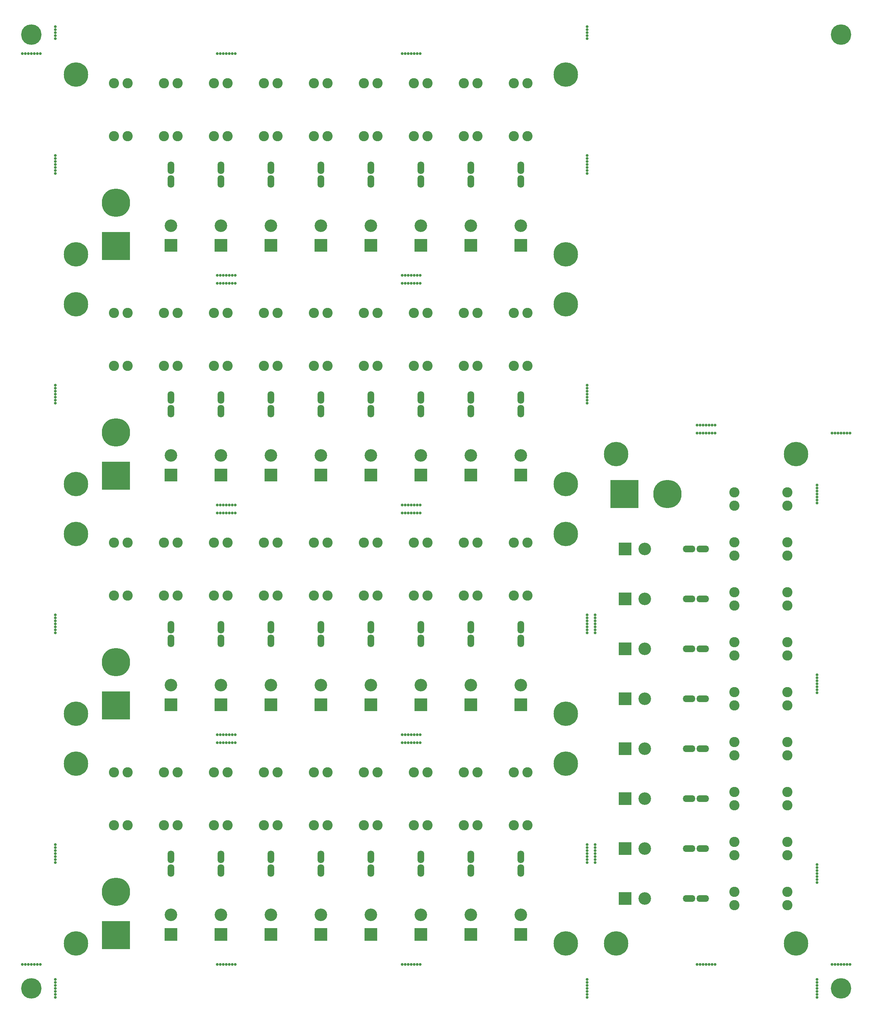
<source format=gbs>
G04*
G04 #@! TF.GenerationSoftware,Altium Limited,Altium Designer,22.0.2 (36)*
G04*
G04 Layer_Color=16711935*
%FSLAX44Y44*%
%MOMM*%
G71*
G04*
G04 #@! TF.SameCoordinates,3D356D52-1F4F-4DC4-934F-51404F246838*
G04*
G04*
G04 #@! TF.FilePolarity,Negative*
G04*
G01*
G75*
%ADD39C,5.2032*%
%ADD40C,0.7112*%
%ADD41R,3.2032X3.2032*%
%ADD42C,3.2032*%
%ADD43O,1.7032X3.2032*%
%ADD44C,2.6032*%
%ADD45C,7.2032*%
%ADD46R,7.2032X7.2032*%
%ADD47C,6.2032*%
%ADD48R,3.2032X3.2032*%
%ADD49O,3.2032X1.7032*%
%ADD50R,7.2032X7.2032*%
D39*
X38100Y2463800D02*
D03*
X2095500Y38100D02*
D03*
Y2463800D02*
D03*
X38100Y38100D02*
D03*
D40*
X99060Y2484120D02*
D03*
Y2476500D02*
D03*
Y2468880D02*
D03*
Y2461260D02*
D03*
Y2453640D02*
D03*
X60960Y2415540D02*
D03*
X53340D02*
D03*
X45720D02*
D03*
X38100D02*
D03*
X30480D02*
D03*
X22860D02*
D03*
X15240D02*
D03*
X1450340Y2453640D02*
D03*
Y2461260D02*
D03*
Y2468880D02*
D03*
Y2476500D02*
D03*
Y2484120D02*
D03*
X1026160Y2415540D02*
D03*
X1018540D02*
D03*
X1010920D02*
D03*
X1003300D02*
D03*
X995680D02*
D03*
X988060D02*
D03*
X980440D02*
D03*
X510540D02*
D03*
X518160D02*
D03*
X525780D02*
D03*
X533400D02*
D03*
X541020D02*
D03*
X548640D02*
D03*
X556260D02*
D03*
X2118360Y1450340D02*
D03*
X2110740D02*
D03*
X2103120D02*
D03*
X2095500D02*
D03*
X2087880D02*
D03*
X2080260D02*
D03*
X2072640D02*
D03*
X2118360Y99060D02*
D03*
X2110740D02*
D03*
X2103120D02*
D03*
X2095500D02*
D03*
X2087880D02*
D03*
X2080260D02*
D03*
X2072640D02*
D03*
X1729740Y1450340D02*
D03*
X1737360D02*
D03*
X1744980D02*
D03*
X1752600D02*
D03*
X1760220D02*
D03*
X1767840D02*
D03*
X1775460D02*
D03*
X1729740Y1470660D02*
D03*
X1737360D02*
D03*
X1744980D02*
D03*
X1752600D02*
D03*
X1760220D02*
D03*
X1767840D02*
D03*
X1775460D02*
D03*
X2034540Y60960D02*
D03*
Y53340D02*
D03*
Y45720D02*
D03*
Y38100D02*
D03*
Y30480D02*
D03*
Y22860D02*
D03*
Y15240D02*
D03*
X99060Y2110740D02*
D03*
Y2141220D02*
D03*
Y2133600D02*
D03*
Y2125980D02*
D03*
Y2156460D02*
D03*
Y2148840D02*
D03*
Y2118360D02*
D03*
X1450340Y2156460D02*
D03*
Y2148840D02*
D03*
Y2141220D02*
D03*
Y2133600D02*
D03*
Y2125980D02*
D03*
Y2118360D02*
D03*
Y2110740D02*
D03*
Y1572260D02*
D03*
Y1564640D02*
D03*
Y1557020D02*
D03*
Y1549400D02*
D03*
Y1541780D02*
D03*
Y1534160D02*
D03*
Y1526540D02*
D03*
X1470660Y942340D02*
D03*
Y949960D02*
D03*
Y957580D02*
D03*
Y965200D02*
D03*
Y972820D02*
D03*
Y980440D02*
D03*
Y988060D02*
D03*
X1450340Y942340D02*
D03*
Y949960D02*
D03*
Y957580D02*
D03*
Y965200D02*
D03*
Y972820D02*
D03*
Y980440D02*
D03*
Y988060D02*
D03*
X556260Y1851660D02*
D03*
X548640D02*
D03*
X541020D02*
D03*
X533400D02*
D03*
X525780D02*
D03*
X518160D02*
D03*
X510540D02*
D03*
X556260Y1831340D02*
D03*
X548640D02*
D03*
X541020D02*
D03*
X533400D02*
D03*
X525780D02*
D03*
X518160D02*
D03*
X510540D02*
D03*
X980440D02*
D03*
X988060D02*
D03*
X995680D02*
D03*
X1003300D02*
D03*
X1010920D02*
D03*
X1018540D02*
D03*
X1026160D02*
D03*
X980440Y1851660D02*
D03*
X988060D02*
D03*
X995680D02*
D03*
X1003300D02*
D03*
X1010920D02*
D03*
X1018540D02*
D03*
X1026160D02*
D03*
X556260Y1267460D02*
D03*
X548640D02*
D03*
X541020D02*
D03*
X533400D02*
D03*
X525780D02*
D03*
X518160D02*
D03*
X510540D02*
D03*
X556260Y1247140D02*
D03*
X548640D02*
D03*
X541020D02*
D03*
X533400D02*
D03*
X525780D02*
D03*
X518160D02*
D03*
X510540D02*
D03*
X980440D02*
D03*
X988060D02*
D03*
X995680D02*
D03*
X1003300D02*
D03*
X1010920D02*
D03*
X1018540D02*
D03*
X1026160D02*
D03*
X980440Y1267460D02*
D03*
X988060D02*
D03*
X995680D02*
D03*
X1003300D02*
D03*
X1010920D02*
D03*
X1018540D02*
D03*
X1026160D02*
D03*
X99060Y1534160D02*
D03*
Y1564640D02*
D03*
Y1572260D02*
D03*
Y1541780D02*
D03*
Y1549400D02*
D03*
Y1557020D02*
D03*
Y1526540D02*
D03*
X99060Y942340D02*
D03*
Y972820D02*
D03*
Y965200D02*
D03*
Y957580D02*
D03*
Y988060D02*
D03*
Y980440D02*
D03*
Y949960D02*
D03*
Y365760D02*
D03*
Y396240D02*
D03*
Y403860D02*
D03*
Y373380D02*
D03*
Y381000D02*
D03*
Y388620D02*
D03*
X2034540Y1272540D02*
D03*
Y1280160D02*
D03*
Y1287780D02*
D03*
Y1295400D02*
D03*
Y1303020D02*
D03*
Y1310640D02*
D03*
Y1318260D02*
D03*
Y789940D02*
D03*
Y797560D02*
D03*
Y805180D02*
D03*
Y812800D02*
D03*
Y820420D02*
D03*
Y828040D02*
D03*
Y835660D02*
D03*
Y307340D02*
D03*
Y314960D02*
D03*
Y322580D02*
D03*
Y330200D02*
D03*
Y337820D02*
D03*
Y345440D02*
D03*
Y353060D02*
D03*
X1729740Y99060D02*
D03*
X1737360D02*
D03*
X1744980D02*
D03*
X1752600D02*
D03*
X1760220D02*
D03*
X1767840D02*
D03*
X1775460D02*
D03*
X1450340Y403860D02*
D03*
Y396240D02*
D03*
Y388620D02*
D03*
Y381000D02*
D03*
Y373380D02*
D03*
Y365760D02*
D03*
Y358140D02*
D03*
X1470660Y403860D02*
D03*
Y396240D02*
D03*
Y388620D02*
D03*
Y381000D02*
D03*
Y373380D02*
D03*
Y365760D02*
D03*
Y358140D02*
D03*
X1450340Y15240D02*
D03*
Y22860D02*
D03*
Y30480D02*
D03*
Y38100D02*
D03*
Y45720D02*
D03*
Y53340D02*
D03*
Y60960D02*
D03*
X99060Y15240D02*
D03*
Y22860D02*
D03*
Y30480D02*
D03*
Y38100D02*
D03*
Y45720D02*
D03*
Y53340D02*
D03*
Y60960D02*
D03*
X15240Y99060D02*
D03*
X22860D02*
D03*
X30480D02*
D03*
X38100D02*
D03*
X45720D02*
D03*
X53340D02*
D03*
X60960D02*
D03*
X1026160Y683260D02*
D03*
X1018540D02*
D03*
X1010920D02*
D03*
X1003300D02*
D03*
X995680D02*
D03*
X988060D02*
D03*
X980440D02*
D03*
X1026160Y662940D02*
D03*
X1018540D02*
D03*
X1010920D02*
D03*
X1003300D02*
D03*
X995680D02*
D03*
X988060D02*
D03*
X980440D02*
D03*
X510540D02*
D03*
X518160D02*
D03*
X525780D02*
D03*
X533400D02*
D03*
X541020D02*
D03*
X548640D02*
D03*
X556260D02*
D03*
X510540Y683260D02*
D03*
X518160D02*
D03*
X525780D02*
D03*
X533400D02*
D03*
X541020D02*
D03*
X548640D02*
D03*
X556260D02*
D03*
X1026160Y99060D02*
D03*
X1018540D02*
D03*
X1010920D02*
D03*
X1003300D02*
D03*
X995680D02*
D03*
X988060D02*
D03*
X980440D02*
D03*
X556260D02*
D03*
X548640D02*
D03*
X541020D02*
D03*
X533400D02*
D03*
X525780D02*
D03*
X518160D02*
D03*
X510540D02*
D03*
X99060Y358140D02*
D03*
D41*
X1281900Y175180D02*
D03*
X1154900D02*
D03*
X1027900D02*
D03*
X900900D02*
D03*
X773900D02*
D03*
X646900D02*
D03*
X519900D02*
D03*
X392900D02*
D03*
X1281900Y759380D02*
D03*
X1154900D02*
D03*
X1027900D02*
D03*
X900900D02*
D03*
X773900D02*
D03*
X646900D02*
D03*
X519900D02*
D03*
X392900D02*
D03*
X1281900Y1343580D02*
D03*
X1154900D02*
D03*
X1027900D02*
D03*
X900900D02*
D03*
X773900D02*
D03*
X646900D02*
D03*
X519900D02*
D03*
X392900D02*
D03*
X1281900Y1927780D02*
D03*
X1154900D02*
D03*
X1027900D02*
D03*
X900900D02*
D03*
X773900D02*
D03*
X646900D02*
D03*
X519900D02*
D03*
X392900D02*
D03*
D42*
X1281900Y225180D02*
D03*
X1154900D02*
D03*
X1027900D02*
D03*
X900900D02*
D03*
X773900D02*
D03*
X646900D02*
D03*
X519900D02*
D03*
X392900D02*
D03*
X1281900Y809380D02*
D03*
X1154900D02*
D03*
X1027900D02*
D03*
X900900D02*
D03*
X773900D02*
D03*
X646900D02*
D03*
X519900D02*
D03*
X392900D02*
D03*
X1281900Y1393580D02*
D03*
X1154900D02*
D03*
X1027900D02*
D03*
X900900D02*
D03*
X773900D02*
D03*
X646900D02*
D03*
X519900D02*
D03*
X392900D02*
D03*
X1281900Y1977780D02*
D03*
X1154900D02*
D03*
X1027900D02*
D03*
X900900D02*
D03*
X773900D02*
D03*
X646900D02*
D03*
X519900D02*
D03*
X392900D02*
D03*
X1597260Y266700D02*
D03*
Y393700D02*
D03*
Y520700D02*
D03*
Y647700D02*
D03*
Y774700D02*
D03*
Y901700D02*
D03*
Y1028700D02*
D03*
Y1155700D02*
D03*
D43*
X1281900Y337620D02*
D03*
Y372620D02*
D03*
X1154900Y337620D02*
D03*
Y372620D02*
D03*
X1027900Y337620D02*
D03*
Y372620D02*
D03*
X900900Y337620D02*
D03*
Y372620D02*
D03*
X773900Y337620D02*
D03*
Y372620D02*
D03*
X646900Y337620D02*
D03*
Y372620D02*
D03*
X519900Y337620D02*
D03*
Y372620D02*
D03*
X392900Y337620D02*
D03*
Y372620D02*
D03*
X1281900Y921820D02*
D03*
Y956820D02*
D03*
X1154900Y921820D02*
D03*
Y956820D02*
D03*
X1027900Y921820D02*
D03*
Y956820D02*
D03*
X900900Y921820D02*
D03*
Y956820D02*
D03*
X773900Y921820D02*
D03*
Y956820D02*
D03*
X646900Y921820D02*
D03*
Y956820D02*
D03*
X519900Y921820D02*
D03*
Y956820D02*
D03*
X392900Y921820D02*
D03*
Y956820D02*
D03*
X1281900Y1506020D02*
D03*
Y1541020D02*
D03*
X1154900Y1506020D02*
D03*
Y1541020D02*
D03*
X1027900Y1506020D02*
D03*
Y1541020D02*
D03*
X900900Y1506020D02*
D03*
Y1541020D02*
D03*
X773900Y1506020D02*
D03*
Y1541020D02*
D03*
X646900Y1506020D02*
D03*
Y1541020D02*
D03*
X519900Y1506020D02*
D03*
Y1541020D02*
D03*
X392900Y1506020D02*
D03*
Y1541020D02*
D03*
X1281900Y2090220D02*
D03*
Y2125220D02*
D03*
X1154900Y2090220D02*
D03*
Y2125220D02*
D03*
X1027900Y2090220D02*
D03*
Y2125220D02*
D03*
X900900Y2090220D02*
D03*
Y2125220D02*
D03*
X773900Y2090220D02*
D03*
Y2125220D02*
D03*
X646900Y2090220D02*
D03*
Y2125220D02*
D03*
X519900Y2090220D02*
D03*
Y2125220D02*
D03*
X392900Y2090220D02*
D03*
Y2125220D02*
D03*
D44*
X409900Y587570D02*
D03*
X375900D02*
D03*
X409900Y452870D02*
D03*
X375900D02*
D03*
X536900Y587570D02*
D03*
X502900D02*
D03*
X536900Y452870D02*
D03*
X502900D02*
D03*
X663900Y587570D02*
D03*
X629900D02*
D03*
X663900Y452870D02*
D03*
X629900D02*
D03*
X790900Y587570D02*
D03*
X756900D02*
D03*
X790900Y452870D02*
D03*
X756900D02*
D03*
X917900Y587570D02*
D03*
X883900D02*
D03*
X917900Y452870D02*
D03*
X883900D02*
D03*
X1044900Y587570D02*
D03*
X1010900D02*
D03*
X1044900Y452870D02*
D03*
X1010900D02*
D03*
X1171900Y587570D02*
D03*
X1137900D02*
D03*
X1171900Y452870D02*
D03*
X1137900D02*
D03*
X1298900Y587570D02*
D03*
X1264900D02*
D03*
X1298900Y452870D02*
D03*
X1264900D02*
D03*
X248900D02*
D03*
X282900D02*
D03*
X248900Y587570D02*
D03*
X282900D02*
D03*
X409900Y1171770D02*
D03*
X375900D02*
D03*
X409900Y1037070D02*
D03*
X375900D02*
D03*
X536900Y1171770D02*
D03*
X502900D02*
D03*
X536900Y1037070D02*
D03*
X502900D02*
D03*
X663900Y1171770D02*
D03*
X629900D02*
D03*
X663900Y1037070D02*
D03*
X629900D02*
D03*
X790900Y1171770D02*
D03*
X756900D02*
D03*
X790900Y1037070D02*
D03*
X756900D02*
D03*
X917900Y1171770D02*
D03*
X883900D02*
D03*
X917900Y1037070D02*
D03*
X883900D02*
D03*
X1044900Y1171770D02*
D03*
X1010900D02*
D03*
X1044900Y1037070D02*
D03*
X1010900D02*
D03*
X1171900Y1171770D02*
D03*
X1137900D02*
D03*
X1171900Y1037070D02*
D03*
X1137900D02*
D03*
X1298900Y1171770D02*
D03*
X1264900D02*
D03*
X1298900Y1037070D02*
D03*
X1264900D02*
D03*
X248900D02*
D03*
X282900D02*
D03*
X248900Y1171770D02*
D03*
X282900D02*
D03*
X409900Y1755970D02*
D03*
X375900D02*
D03*
X409900Y1621270D02*
D03*
X375900D02*
D03*
X536900Y1755970D02*
D03*
X502900D02*
D03*
X536900Y1621270D02*
D03*
X502900D02*
D03*
X663900Y1755970D02*
D03*
X629900D02*
D03*
X663900Y1621270D02*
D03*
X629900D02*
D03*
X790900Y1755970D02*
D03*
X756900D02*
D03*
X790900Y1621270D02*
D03*
X756900D02*
D03*
X917900Y1755970D02*
D03*
X883900D02*
D03*
X917900Y1621270D02*
D03*
X883900D02*
D03*
X1044900Y1755970D02*
D03*
X1010900D02*
D03*
X1044900Y1621270D02*
D03*
X1010900D02*
D03*
X1171900Y1755970D02*
D03*
X1137900D02*
D03*
X1171900Y1621270D02*
D03*
X1137900D02*
D03*
X1298900Y1755970D02*
D03*
X1264900D02*
D03*
X1298900Y1621270D02*
D03*
X1264900D02*
D03*
X248900D02*
D03*
X282900D02*
D03*
X248900Y1755970D02*
D03*
X282900D02*
D03*
X409900Y2340170D02*
D03*
X375900D02*
D03*
X409900Y2205470D02*
D03*
X375900D02*
D03*
X536900Y2340170D02*
D03*
X502900D02*
D03*
X536900Y2205470D02*
D03*
X502900D02*
D03*
X663900Y2340170D02*
D03*
X629900D02*
D03*
X663900Y2205470D02*
D03*
X629900D02*
D03*
X790900Y2340170D02*
D03*
X756900D02*
D03*
X790900Y2205470D02*
D03*
X756900D02*
D03*
X917900Y2340170D02*
D03*
X883900D02*
D03*
X917900Y2205470D02*
D03*
X883900D02*
D03*
X1044900Y2340170D02*
D03*
X1010900D02*
D03*
X1044900Y2205470D02*
D03*
X1010900D02*
D03*
X1171900Y2340170D02*
D03*
X1137900D02*
D03*
X1171900Y2205470D02*
D03*
X1137900D02*
D03*
X1298900Y2340170D02*
D03*
X1264900D02*
D03*
X1298900Y2205470D02*
D03*
X1264900D02*
D03*
X248900D02*
D03*
X282900D02*
D03*
X248900Y2340170D02*
D03*
X282900D02*
D03*
X1959650Y1138700D02*
D03*
Y1172700D02*
D03*
X1824950Y1138700D02*
D03*
Y1172700D02*
D03*
X1959650Y1011700D02*
D03*
Y1045700D02*
D03*
X1824950Y1011700D02*
D03*
Y1045700D02*
D03*
X1959650Y884700D02*
D03*
Y918700D02*
D03*
X1824950Y884700D02*
D03*
Y918700D02*
D03*
X1959650Y757700D02*
D03*
Y791700D02*
D03*
X1824950Y757700D02*
D03*
Y791700D02*
D03*
X1959650Y630700D02*
D03*
Y664700D02*
D03*
X1824950Y630700D02*
D03*
Y664700D02*
D03*
X1959650Y503700D02*
D03*
Y537700D02*
D03*
X1824950Y503700D02*
D03*
Y537700D02*
D03*
X1959650Y376700D02*
D03*
Y410700D02*
D03*
X1824950Y376700D02*
D03*
Y410700D02*
D03*
X1959650Y249700D02*
D03*
Y283700D02*
D03*
X1824950Y249700D02*
D03*
Y283700D02*
D03*
Y1299700D02*
D03*
Y1265700D02*
D03*
X1959650Y1299700D02*
D03*
Y1265700D02*
D03*
D45*
X253200Y283120D02*
D03*
Y867320D02*
D03*
Y1451520D02*
D03*
Y2035720D02*
D03*
X1655200Y1295400D02*
D03*
D46*
X253200Y173120D02*
D03*
Y757320D02*
D03*
Y1341520D02*
D03*
Y1925720D02*
D03*
D47*
X151600Y151920D02*
D03*
Y609120D02*
D03*
X1396200D02*
D03*
Y151920D02*
D03*
X151600Y736120D02*
D03*
Y1193320D02*
D03*
X1396200D02*
D03*
Y736120D02*
D03*
X151600Y1320320D02*
D03*
Y1777520D02*
D03*
X1396200D02*
D03*
Y1320320D02*
D03*
X151600Y1904520D02*
D03*
Y2361720D02*
D03*
X1396200D02*
D03*
Y1904520D02*
D03*
X1524000Y1397000D02*
D03*
X1981200D02*
D03*
Y152400D02*
D03*
X1524000D02*
D03*
D48*
X1547260Y266700D02*
D03*
Y393700D02*
D03*
Y520700D02*
D03*
Y647700D02*
D03*
Y774700D02*
D03*
Y901700D02*
D03*
Y1028700D02*
D03*
Y1155700D02*
D03*
D49*
X1709700Y266700D02*
D03*
X1744700D02*
D03*
X1709700Y393700D02*
D03*
X1744700D02*
D03*
X1709700Y520700D02*
D03*
X1744700D02*
D03*
X1709700Y647700D02*
D03*
X1744700D02*
D03*
X1709700Y774700D02*
D03*
X1744700D02*
D03*
X1709700Y901700D02*
D03*
X1744700D02*
D03*
X1709700Y1028700D02*
D03*
X1744700D02*
D03*
X1709700Y1155700D02*
D03*
X1744700D02*
D03*
D50*
X1545200Y1295400D02*
D03*
M02*

</source>
